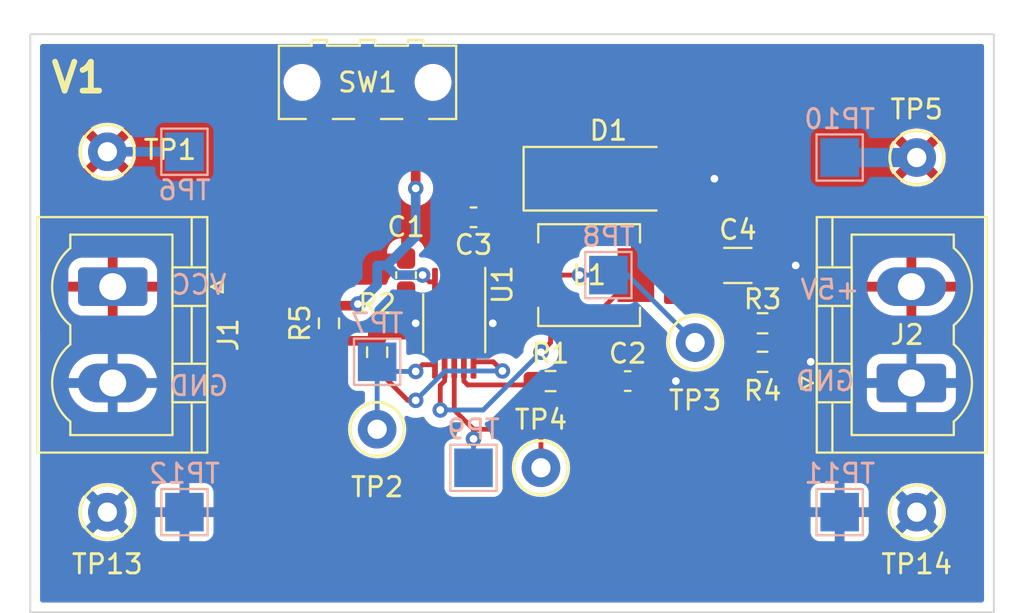
<source format=kicad_pcb>
(kicad_pcb (version 20211014) (generator pcbnew)
  (layers (0 "F.Cu" signal) (31 "B.Cu" signal) (34 "B.Paste" user) (35 "F.Paste" user) (36 "B.SilkS" user "B.Silkscreen") (37 "F.SilkS" user "F.Silkscreen") (38 "B.Mask" user) (39 "F.Mask" user) (44 "Edge.Cuts" user))
  (net 0 "")
  (net 1 "VCC")
  (net 2 "GND")
  (net 3 "Net-(C2-Pad1)")
  (net 4 "Net-(C3-Pad2)")
  (net 5 "Net-(C3-Pad1)")
  (net 6 "+5V")
  (net 7 "Net-(R1-Pad1)")
  (net 8 "Net-(R2-Pad1)")
  (net 9 "Net-(R3-Pad1)")
  (net 10 "Net-(R5-Pad1)")
  (net 11 "Net-(TP2-Pad1)")
  (footprint "Capacitor_SMD:C_0603_1608Metric_Pad1.08x0.95mm_HandSolder" (layer "F.Cu") (at 131 117)
    (fp_text reference "C2" (at 0 -1.43) (layer "F.SilkS"))
    (fp_text value "330pF")
    (fp_line (start -0.146267 0.51) (end 0.146267 0.51) (layer "F.SilkS") (width 0.12))
    (fp_line (start -0.146267 -0.51) (end 0.146267 -0.51) (layer "F.SilkS") (width 0.12))
    (pad "1" smd roundrect (at -0.8625 0) (size 1.075 0.95) (layers "F.Cu" "F.Paste" "F.Mask") (net 3 "Net-(C2-Pad1)"))
    (pad "2" smd roundrect (at 0.8625 0) (size 1.075 0.95) (layers "F.Cu" "F.Paste" "F.Mask") (net 2 "GND"))
  )
  (footprint "TestPoint:TestPoint_Keystone_5000-5004_Miniature" (layer "F.Cu") (at 104 123.8)
    (fp_text reference "TP13" (at 0 2.7) (layer "F.SilkS"))
    (fp_text value "TestPoint")
    (fp_circle (center 0 0) (end 1.4 0) (layer "F.SilkS") (width 0.15) (fill none))
    (pad "1" thru_hole circle (at 0 0) (size 2 2) (drill 1) (layers *.Cu *.Mask) (net 2 "GND"))
  )
  (footprint "TestPoint:TestPoint_Keystone_5000-5004_Miniature" (layer "F.Cu") (at 126.5 121.5)
    (fp_text reference "TP4" (at 0 -2.5) (layer "F.SilkS"))
    (fp_text value "TestPoint")
    (fp_circle (center 0 0) (end 1.4 0) (layer "F.SilkS") (width 0.15) (fill none))
    (pad "1" thru_hole circle (at 0 0) (size 2 2) (drill 1) (layers *.Cu *.Mask) (net 9 "Net-(R3-Pad1)"))
  )
  (footprint "TestPoint:TestPoint_Keystone_5000-5004_Miniature" (layer "F.Cu") (at 134.5 115)
    (fp_text reference "TP3" (at 0 3) (layer "F.SilkS"))
    (fp_text value "TestPoint")
    (fp_circle (center 0 0) (end 1.4 0) (layer "F.SilkS") (width 0.15) (fill none))
    (pad "1" thru_hole circle (at 0 0) (size 2 2) (drill 1) (layers *.Cu *.Mask) (net 4 "Net-(C3-Pad2)"))
  )
  (footprint "Resistor_SMD:R_0603_1608Metric_Pad0.98x0.95mm_HandSolder" (layer "F.Cu") (at 115.5 114 -90)
    (fp_text reference "R5" (at 0 1.5 90) (layer "F.SilkS"))
    (fp_text value "20k")
    (fp_line (start -0.254724 -0.5225) (end 0.254724 -0.5225) (layer "F.SilkS") (width 0.12))
    (fp_line (start -0.254724 0.5225) (end 0.254724 0.5225) (layer "F.SilkS") (width 0.12))
    (pad "1" smd roundrect (at -0.9125 0 270) (size 0.975 0.95) (layers "F.Cu" "F.Paste" "F.Mask") (net 10 "Net-(R5-Pad1)"))
    (pad "2" smd roundrect (at 0.9125 0 270) (size 0.975 0.95) (layers "F.Cu" "F.Paste" "F.Mask") (net 2 "GND"))
  )
  (footprint "TestPoint:TestPoint_Keystone_5000-5004_Miniature" (layer "F.Cu") (at 104 105.1 180)
    (fp_text reference "TP1" (at -3.25 0.1) (layer "F.SilkS"))
    (fp_text value "TestPoint")
    (fp_circle (center 0 0) (end 1.4 0) (layer "F.SilkS") (width 0.15) (fill none))
    (pad "1" thru_hole circle (at 0 0 180) (size 2 2) (drill 1) (layers *.Cu *.Mask) (net 1 "VCC"))
  )
  (footprint "Resistor_SMD:R_0603_1608Metric_Pad0.98x0.95mm_HandSolder" (layer "F.Cu") (at 127 117)
    (fp_text reference "R1" (at 0 -1.43) (layer "F.SilkS"))
    (fp_text value "20k")
    (fp_line (start -0.254724 -0.5225) (end 0.254724 -0.5225) (layer "F.SilkS") (width 0.12))
    (fp_line (start -0.254724 0.5225) (end 0.254724 0.5225) (layer "F.SilkS") (width 0.12))
    (pad "1" smd roundrect (at -0.9125 0) (size 0.975 0.95) (layers "F.Cu" "F.Paste" "F.Mask") (net 7 "Net-(R1-Pad1)"))
    (pad "2" smd roundrect (at 0.9125 0) (size 0.975 0.95) (layers "F.Cu" "F.Paste" "F.Mask") (net 3 "Net-(C2-Pad1)"))
  )
  (footprint "Resistor_SMD:R_0603_1608Metric_Pad0.98x0.95mm_HandSolder" (layer "F.Cu") (at 138 114)
    (fp_text reference "R3" (at 0 -1.25) (layer "F.SilkS"))
    (fp_text value "590k")
    (fp_line (start -0.254724 0.5225) (end 0.254724 0.5225) (layer "F.SilkS") (width 0.12))
    (fp_line (start -0.254724 -0.5225) (end 0.254724 -0.5225) (layer "F.SilkS") (width 0.12))
    (pad "1" smd roundrect (at -0.9125 0) (size 0.975 0.95) (layers "F.Cu" "F.Paste" "F.Mask") (net 9 "Net-(R3-Pad1)"))
    (pad "2" smd roundrect (at 0.9125 0) (size 0.975 0.95) (layers "F.Cu" "F.Paste" "F.Mask") (net 6 "+5V"))
  )
  (footprint "Resistor_SMD:R_0603_1608Metric_Pad0.98x0.95mm_HandSolder" (layer "F.Cu") (at 138 116)
    (fp_text reference "R4" (at 0 1.5) (layer "F.SilkS"))
    (fp_text value "200k")
    (fp_line (start -0.254724 0.5225) (end 0.254724 0.5225) (layer "F.SilkS") (width 0.12))
    (fp_line (start -0.254724 -0.5225) (end 0.254724 -0.5225) (layer "F.SilkS") (width 0.12))
    (pad "1" smd roundrect (at -0.9125 0) (size 0.975 0.95) (layers "F.Cu" "F.Paste" "F.Mask") (net 9 "Net-(R3-Pad1)"))
    (pad "2" smd roundrect (at 0.9125 0) (size 0.975 0.95) (layers "F.Cu" "F.Paste" "F.Mask") (net 2 "GND"))
  )
  (footprint "Diode_SMD:D_SMA_Handsoldering" (layer "F.Cu") (at 130 106.5)
    (fp_text reference "D1" (at 0 -2.5) (layer "F.SilkS"))
    (fp_text value "D_Schottky")
    (fp_line (start -4.4 -1.65) (end 2.5 -1.65) (layer "F.SilkS") (width 0.12))
    (fp_line (start -4.4 1.65) (end 2.5 1.65) (layer "F.SilkS") (width 0.12))
    (fp_line (start -4.4 -1.65) (end -4.4 1.65) (layer "F.SilkS") (width 0.12))
    (pad "1" smd rect (at -2.5 0) (size 3.5 1.8) (layers "F.Cu" "F.Paste" "F.Mask") (net 4 "Net-(C3-Pad2)"))
    (pad "2" smd rect (at 2.5 0) (size 3.5 1.8) (layers "F.Cu" "F.Paste" "F.Mask") (net 2 "GND"))
  )
  (footprint "TestPoint:TestPoint_Keystone_5000-5004_Miniature" (layer "F.Cu") (at 146 105.4)
    (fp_text reference "TP5" (at 0 -2.5) (layer "F.SilkS"))
    (fp_text value "TestPoint")
    (fp_circle (center 0 0) (end 1.4 0) (layer "F.SilkS") (width 0.15) (fill none))
    (pad "1" thru_hole circle (at 0 0) (size 2 2) (drill 1) (layers *.Cu *.Mask) (net 6 "+5V"))
  )
  (footprint "Capacitor_SMD:C_1206_3216Metric_Pad1.33x1.80mm_HandSolder" (layer "F.Cu") (at 136.71875 111)
    (fp_text reference "C4" (at 0 -1.85) (layer "F.SilkS"))
    (fp_text value "10uF")
    (fp_line (start -0.711252 0.91) (end 0.711252 0.91) (layer "F.SilkS") (width 0.12))
    (fp_line (start -0.711252 -0.91) (end 0.711252 -0.91) (layer "F.SilkS") (width 0.12))
    (pad "1" smd roundrect (at -1.5625 0) (size 1.325 1.8) (layers "F.Cu" "F.Paste" "F.Mask") (roundrect_rratio 0.188679) (net 6 "+5V"))
    (pad "2" smd roundrect (at 1.5625 0) (size 1.325 1.8) (layers "F.Cu" "F.Paste" "F.Mask") (roundrect_rratio 0.188679) (net 2 "GND"))
  )
  (footprint "Capacitor_SMD:C_0603_1608Metric_Pad1.08x0.95mm_HandSolder" (layer "F.Cu") (at 119.5 111.5 -90)
    (fp_text reference "C1" (at -2.5 0 180) (layer "F.SilkS"))
    (fp_text value "2.2uF")
    (fp_line (start -0.146267 -0.51) (end 0.146267 -0.51) (layer "F.SilkS") (width 0.12))
    (fp_line (start -0.146267 0.51) (end 0.146267 0.51) (layer "F.SilkS") (width 0.12))
    (pad "1" smd roundrect (at -0.8625 0 270) (size 1.075 0.95) (layers "F.Cu" "F.Paste" "F.Mask") (net 1 "VCC"))
    (pad "2" smd roundrect (at 0.8625 0 270) (size 1.075 0.95) (layers "F.Cu" "F.Paste" "F.Mask") (net 2 "GND"))
  )
  (footprint "TestPoint:TestPoint_Keystone_5000-5004_Miniature" (layer "F.Cu") (at 146 123.8)
    (fp_text reference "TP14" (at 0 2.7) (layer "F.SilkS"))
    (fp_text value "TestPoint")
    (fp_circle (center 0 0) (end 1.4 0) (layer "F.SilkS") (width 0.15) (fill none))
    (pad "1" thru_hole circle (at 0 0) (size 2 2) (drill 1) (layers *.Cu *.Mask) (net 2 "GND"))
  )
  (footprint "Connector_Phoenix_MSTB:PhoenixContact_MSTBVA_2,5_2-G_1x02_P5.00mm_Vertical" (layer "F.Cu") (at 145.7225 117.1 90)
    (fp_text reference "J2" (at 2.5 -0.2225 180) (layer "F.SilkS"))
    (fp_text value "Conn_01x02")
    (fp_line (start 4 -4.91) (end 6 -4.91) (layer "F.SilkS") (width 0.12))
    (fp_line (start 8.61 3.91) (end 8.61 -4.91) (layer "F.SilkS") (width 0.12))
    (fp_line (start 1 -4.1) (end 4 -4.1) (layer "F.SilkS") (width 0.12))
    (fp_line (start -2 2.2) (end -2.7 2.2) (layer "F.SilkS") (width 0.12))
    (fp_line (start 8.61 -4.1) (end 6.11 -4.1) (layer "F.SilkS") (width 0.12))
    (fp_line (start 1 -4.91) (end 1 -3.1) (layer "F.SilkS") (width 0.12))
    (fp_line (start 6 -4.91) (end 6 -3.1) (layer "F.SilkS") (width 0.12))
    (fp_line (start 7.7 2.2) (end 7 2.2) (layer "F.SilkS") (width 0.12))
    (fp_line (start 8.61 -4.91) (end -3.61 -4.91) (layer "F.SilkS") (width 0.12))
    (fp_line (start -0.3 -5.71) (end 0.3 -5.71) (layer "F.SilkS") (width 0.12))
    (fp_line (start 4 -3.1) (end 4 -4.91) (layer "F.SilkS") (width 0.12))
    (fp_line (start 0.3 -5.71) (end 0 -5.11) (layer "F.SilkS") (width 0.12))
    (fp_line (start 2 2.2) (end 3 2.2) (layer "F.SilkS") (width 0.12))
    (fp_line (start -2.7 -3.1) (end 7.7 -3.1) (layer "F.SilkS") (width 0.12))
    (fp_line (start -1 -4.91) (end 1 -4.91) (layer "F.SilkS") (width 0.12))
    (fp_line (start -2.7 2.2) (end -2.7 -3.1) (layer "F.SilkS") (width 0.12))
    (fp_line (start 6 -3.1) (end 4 -3.1) (layer "F.SilkS") (width 0.12))
    (fp_line (start 1 -3.1) (end -1 -3.1) (layer "F.SilkS") (width 0.12))
    (fp_line (start -3.61 -4.1) (end -1.11 -4.1) (layer "F.SilkS") (width 0.12))
    (fp_line (start -1 -3.1) (end -1 -4.91) (layer "F.SilkS") (width 0.12))
    (fp_line (start -3.61 3.91) (end 8.61 3.91) (layer "F.SilkS") (width 0.12))
    (fp_line (start 0 -5.11) (end -0.3 -5.71) (layer "F.SilkS") (width 0.12))
    (fp_line (start 7.7 -3.1) (end 7.7 2.2) (layer "F.SilkS") (width 0.12))
    (fp_line (start -3.61 -4.91) (end -3.61 3.91) (layer "F.SilkS") (width 0.12))
    (fp_arc (start 6.986842 2.215821) (mid 4.989711 3.142758) (end 3 2.2) (layer "F.SilkS") (width 0.12))
    (fp_arc (start 1.986842 2.215821) (mid -0.010289 3.142758) (end -2 2.2) (layer "F.SilkS") (width 0.12))
    (pad "1" thru_hole roundrect (at 0 0 90) (size 2 3.6) (drill 1.4) (layers *.Cu *.Mask) (roundrect_rratio 0.125) (net 2 "GND"))
    (pad "2" thru_hole oval (at 5 0 90) (size 2 3.6) (drill 1.4) (layers *.Cu *.Mask) (net 6 "+5V"))
  )
  (footprint "Connector_Phoenix_MSTB:PhoenixContact_MSTBVA_2,5_2-G_1x02_P5.00mm_Vertical" (layer "F.Cu") (at 104.2775 112.1 -90)
    (fp_text reference "J1" (at 2.5 -6 90) (layer "F.SilkS"))
    (fp_text value "Conn_01x02")
    (fp_line (start 4 -3.1) (end 4 -4.91) (layer "F.SilkS") (width 0.12))
    (fp_line (start 0.3 -5.71) (end 0 -5.11) (layer "F.SilkS") (width 0.12))
    (fp_line (start 1 -4.1) (end 4 -4.1) (layer "F.SilkS") (width 0.12))
    (fp_line (start -1 -3.1) (end -1 -4.91) (layer "F.SilkS") (width 0.12))
    (fp_line (start -1 -4.91) (end 1 -4.91) (layer "F.SilkS") (width 0.12))
    (fp_line (start 8.61 3.91) (end 8.61 -4.91) (layer "F.SilkS") (width 0.12))
    (fp_line (start 7.7 -3.1) (end 7.7 2.2) (layer "F.SilkS") (width 0.12))
    (fp_line (start -3.61 3.91) (end 8.61 3.91) (layer "F.SilkS") (width 0.12))
    (fp_line (start 4 -4.91) (end 6 -4.91) (layer "F.SilkS") (width 0.12))
    (fp_line (start 0 -5.11) (end -0.3 -5.71) (layer "F.SilkS") (width 0.12))
    (fp_line (start -3.61 -4.91) (end -3.61 3.91) (layer "F.SilkS") (width 0.12))
    (fp_line (start 1 -4.91) (end 1 -3.1) (layer "F.SilkS") (width 0.12))
    (fp_line (start 6 -3.1) (end 4 -3.1) (layer "F.SilkS") (width 0.12))
    (fp_line (start 8.61 -4.1) (end 6.11 -4.1) (layer "F.SilkS") (width 0.12))
    (fp_line (start 8.61 -4.91) (end -3.61 -4.91) (layer "F.SilkS") (width 0.12))
    (fp_line (start -3.61 -4.1) (end -1.11 -4.1) (layer "F.SilkS") (width 0.12))
    (fp_line (start -2.7 -3.1) (end 7.7 -3.1) (layer "F.SilkS") (width 0.12))
    (fp_line (start -2.7 2.2) (end -2.7 -3.1) (layer "F.SilkS") (width 0.12))
    (fp_line (start 6 -4.91) (end 6 -3.1) (layer "F.SilkS") (width 0.12))
    (fp_line (start -2 2.2) (end -2.7 2.2) (layer "F.SilkS") (width 0.12))
    (fp_line (start 2 2.2) (end 3 2.2) (layer "F.SilkS") (width 0.12))
    (fp_line (start 1 -3.1) (end -1 -3.1) (layer "F.SilkS") (width 0.12))
    (fp_line (start -0.3 -5.71) (end 0.3 -5.71) (layer "F.SilkS") (width 0.12))
    (fp_line (start 7.7 2.2) (end 7 2.2) (layer "F.SilkS") (width 0.12))
    (fp_arc (start 6.986842 2.215821) (mid 4.989711 3.142758) (end 3 2.2) (layer "F.SilkS") (width 0.12))
    (fp_arc (start 1.986842 2.215821) (mid -0.010289 3.142758) (end -2 2.2) (layer "F.SilkS") (width 0.12))
    (pad "1" thru_hole roundrect (at 0 0 270) (size 2 3.6) (drill 1.4) (layers *.Cu *.Mask) (roundrect_rratio 0.125) (net 1 "VCC"))
    (pad "2" thru_hole oval (at 5 0 270) (size 2 3.6) (drill 1.4) (layers *.Cu *.Mask) (net 2 "GND"))
  )
  (footprint "Inductor_SMD:L_Vishay_IHLP-2020" (layer "F.Cu") (at 129 111.5)
    (fp_text reference "L1" (at 0 0) (layer "F.SilkS"))
    (fp_text value "2.2uH")
    (fp_line (start 2.64 -2.64) (end 2.64 -1.695) (layer "F.SilkS") (width 0.12))
    (fp_line (start -2.64 2.64) (end 2.64 2.64) (layer "F.SilkS") (width 0.12))
    (fp_line (start -2.64 1.695) (end -2.64 2.64) (layer "F.SilkS") (width 0.12))
    (fp_line (start -2.64 -2.64) (end 2.64 -2.64) (layer "F.SilkS") (width 0.12))
    (fp_line (start 2.64 2.64) (end 2.64 1.695) (layer "F.SilkS") (width 0.12))
    (fp_line (start -2.64 -1.695) (end -2.64 -2.64) (layer "F.SilkS") (width 0.12))
    (pad "1" smd rect (at -2.4265 0) (size 1.903 2.79) (layers "F.Cu" "F.Paste" "F.Mask") (net 4 "Net-(C3-Pad2)"))
    (pad "2" smd rect (at 2.4265 0) (size 1.903 2.79) (layers "F.Cu" "F.Paste" "F.Mask") (net 6 "+5V"))
  )
  (footprint "Resistor_SMD:R_0603_1608Metric_Pad0.98x0.95mm_HandSolder" (layer "F.Cu") (at 118 115.5 90)
    (fp_text reference "R2" (at 2.5 0 180) (layer "F.SilkS"))
    (fp_text value "16.9k")
    (fp_line (start -0.254724 0.5225) (end 0.254724 0.5225) (layer "F.SilkS") (width 0.12))
    (fp_line (start -0.254724 -0.5225) (end 0.254724 -0.5225) (layer "F.SilkS") (width 0.12))
    (pad "1" smd roundrect (at -0.9125 0 90) (size 0.975 0.95) (layers "F.Cu" "F.Paste" "F.Mask") (net 8 "Net-(R2-Pad1)"))
    (pad "2" smd roundrect (at 0.9125 0 90) (size 0.975 0.95) (layers "F.Cu" "F.Paste" "F.Mask") (net 2 "GND"))
  )
  (footprint "Capacitor_SMD:C_0603_1608Metric_Pad1.08x0.95mm_HandSolder" (layer "F.Cu") (at 123 108.5 180)
    (fp_text reference "C3" (at 0 -1.43) (layer "F.SilkS"))
    (fp_text value "0.47uF")
    (fp_line (start -0.146267 0.51) (end 0.146267 0.51) (layer "F.SilkS") (width 0.12))
    (fp_line (start -0.146267 -0.51) (end 0.146267 -0.51) (layer "F.SilkS") (width 0.12))
    (pad "1" smd roundrect (at -0.8625 0 180) (size 1.075 0.95) (layers "F.Cu" "F.Paste" "F.Mask") (net 5 "Net-(C3-Pad1)"))
    (pad "2" smd roundrect (at 0.8625 0 180) (size 1.075 0.95) (layers "F.Cu" "F.Paste" "F.Mask") (net 4 "Net-(C3-Pad2)"))
  )
  (footprint "Package_SO:MSOP-10-1EP_3x3mm_P0.5mm_EP1.68x1.88mm" (layer "F.Cu") (at 122 114 -90)
    (fp_text reference "U1" (at -2 -2.5 90) (layer "F.SilkS"))
    (fp_text value "LT3684xMSE")
    (fp_line (start 0 -1.61) (end -2.875 -1.61) (layer "F.SilkS") (width 0.12))
    (fp_line (start 0 1.61) (end 1.5 1.61) (layer "F.SilkS") (width 0.12))
    (fp_line (start 0 -1.61) (end 1.5 -1.61) (layer "F.SilkS") (width 0.12))
    (fp_line (start 0 1.61) (end -1.5 1.61) (layer "F.SilkS") (width 0.12))
    (pad "1" smd roundrect (at -2.15 -1 270) (size 1.45 0.3) (layers "F.Cu" "F.Paste" "F.Mask") (net 6 "+5V"))
    (pad "2" smd roundrect (at -2.15 -0.5 270) (size 1.45 0.3) (layers "F.Cu" "F.Paste" "F.Mask") (net 5 "Net-(C3-Pad1)"))
    (pad "3" smd roundrect (at -2.15 0 270) (size 1.45 0.3) (layers "F.Cu" "F.Paste" "F.Mask") (net 4 "Net-(C3-Pad2)"))
    (pad "4" smd roundrect (at -2.15 0.5 270) (size 1.45 0.3) (layers "F.Cu" "F.Paste" "F.Mask") (net 1 "VCC"))
    (pad "5" smd roundrect (at -2.15 1 270) (size 1.45 0.3) (layers "F.Cu" "F.Paste" "F.Mask") (net 10 "Net-(R5-Pad1)"))
    (pad "6" smd roundrect (at 2.15 1 270) (size 1.45 0.3) (layers "F.Cu" "F.Paste" "F.Mask") (net 11 "Net-(TP2-Pad1)"))
    (pad "7" smd roundrect (at 2.15 0.5 270) (size 1.45 0.3) (layers "F.Cu" "F.Paste" "F.Mask") (net 6 "+5V"))
    (pad "8" smd roundrect (at 2.15 0 270) (size 1.45 0.3) (layers "F.Cu" "F.Paste" "F.Mask") (net 9 "Net-(R3-Pad1)"))
    (pad "9" smd roundrect (at 2.15 -0.5 270) (size 1.45 0.3) (layers "F.Cu" "F.Paste" "F.Mask") (net 7 "Net-(R1-Pad1)"))
    (pad "10" smd roundrect (at 2.15 -1 270) (size 1.45 0.3) (layers "F.Cu" "F.Paste" "F.Mask") (net 8 "Net-(R2-Pad1)"))
    (pad "11" smd rect (at 0 0 270) (size 1.68 1.88) (layers "F.Cu" "F.Mask") (net 2 "GND"))
  )
  (footprint "TestPoint:TestPoint_Keystone_5000-5004_Miniature" (layer "F.Cu") (at 118 119.5)
    (fp_text reference "TP2" (at 0 3) (layer "F.SilkS"))
    (fp_text value "TestPoint")
    (fp_circle (center 0 0) (end 1.4 0) (layer "F.SilkS") (width 0.15) (fill none))
    (pad "1" thru_hole circle (at 0 0) (size 2 2) (drill 1) (layers *.Cu *.Mask) (net 11 "Net-(TP2-Pad1)"))
  )
  (footprint "Button_Switch_SMD:SW_SPDT_CK-JS102011SAQN" (layer "F.Cu") (at 117.5 101.5 180)
    (fp_text reference "SW1" (at 0 0) (layer "F.SilkS"))
    (fp_text value "SW_SPST")
    (fp_line (start -0.4 1.9) (end -2.1 1.9) (layer "F.SilkS") (width 0.12))
    (fp_line (start 4.6 -1.9) (end 4.6 1.9) (layer "F.SilkS") (width 0.12))
    (fp_line (start 0.4 2.2) (end -0.4 2.2) (layer "F.SilkS") (width 0.12))
    (fp_line (start -1.8 -1.9) (end -1.8 -1.9) (layer "F.SilkS") (width 0.12))
    (fp_line (start -2.9 2.2) (end -2.9 1.9) (layer "F.SilkS") (width 0.12))
    (fp_line (start -4.6 1.9) (end -4.6 1.9) (layer "F.SilkS") (width 0.12))
    (fp_line (start 2.1 2.2) (end 2.1 1.9) (layer "F.SilkS") (width 0.12))
    (fp_line (start 2.1 1.9) (end 0.4 1.9) (layer "F.SilkS") (width 0.12))
    (fp_line (start -0.4 2.2) (end -0.4 1.9) (layer "F.SilkS") (width 0.12))
    (fp_line (start 4.6 1.9) (end 2.9 1.9) (layer "F.SilkS") (width 0.12))
    (fp_line (start -2.1 2.2) (end -2.9 2.2) (layer "F.SilkS") (width 0.12))
    (fp_line (start 2.9 2.2) (end 2.1 2.2) (layer "F.SilkS") (width 0.12))
    (fp_line (start -0.7 -1.9) (end -1.8 -1.9) (layer "F.SilkS") (width 0.12))
    (fp_line (start -4.6 -1.9) (end -3.2 -1.9) (layer "F.SilkS") (width 0.12))
    (fp_line (start 3.2 -1.9) (end 4.6 -1.9) (layer "F.SilkS") (width 0.12))
    (fp_line (start -2.9 1.9) (end -4.6 1.9) (layer "F.SilkS") (width 0.12))
    (fp_line (start -2.1 1.9) (end -2.1 2.2) (layer "F.SilkS") (width 0.12))
    (fp_line (start 0.7 -1.9) (end 0.7 -1.9) (layer "F.SilkS") (width 0.12))
    (fp_line (start -4.6 1.9) (end -4.6 -1.9) (layer "F.SilkS") (width 0.12))
    (fp_line (start 1.8 -1.9) (end 0.7 -1.9) (layer "F.SilkS") (width 0.12))
    (fp_line (start 0.4 1.9) (end 0.4 2.2) (layer "F.SilkS") (width 0.12))
    (fp_line (start 2.9 1.9) (end 2.9 2.2) (layer "F.SilkS") (width 0.12))
    (pad "" np_thru_hole circle (at -3.4 0 180) (size 0.9 0.9) (drill 0.9) (layers *.Cu *.Mask))
    (pad "" np_thru_hole circle (at 3.4 0 180) (size 0.9 0.9) (drill 0.9) (layers *.Cu *.Mask))
    (pad "1" smd rect (at -2.5 -2.75 180) (size 1.25 2.5) (layers "F.Cu" "F.Paste" "F.Mask") (net 10 "Net-(R5-Pad1)"))
    (pad "2" smd rect (at 0 -2.75 180) (size 1.25 2.5) (layers "F.Cu" "F.Paste" "F.Mask") (net 1 "VCC"))
    (pad "3" smd rect (at 2.5 -2.75 180) (size 1.25 2.5) (layers "F.Cu" "F.Paste" "F.Mask"))
  )
  (footprint "TestPoint:TestPoint_Pad_2.0x2.0mm" (layer "B.Cu") (at 123 121.5 180)
    (fp_text reference "TP9" (at 0 1.998) (layer "B.SilkS") (effects (justify mirror)))
    (fp_text value "TestPoint")
    (fp_line (start 1.2 1.2) (end 1.2 -1.2) (layer "B.SilkS") (width 0.12))
    (fp_line (start 1.2 -1.2) (end -1.2 -1.2) (layer "B.SilkS") (width 0.12))
    (fp_line (start -1.2 -1.2) (end -1.2 1.2) (layer "B.SilkS") (width 0.12))
    (fp_line (start -1.2 1.2) (end 1.2 1.2) (layer "B.SilkS") (width 0.12))
    (pad "1" smd rect (at 0 0 180) (size 2 2) (layers "B.Cu" "B.Mask") (net 9 "Net-(R3-Pad1)"))
  )
  (footprint "TestPoint:TestPoint_Pad_2.0x2.0mm" (layer "B.Cu") (at 118 116 180)
    (fp_text reference "TP7" (at 0 1.998) (layer "B.SilkS") (effects (justify mirror)))
    (fp_text value "TestPoint")
    (fp_line (start -1.2 1.2) (end 1.2 1.2) (layer "B.SilkS") (width 0.12))
    (fp_line (start -1.2 -1.2) (end -1.2 1.2) (layer "B.SilkS") (width 0.12))
    (fp_line (start 1.2 1.2) (end 1.2 -1.2) (layer "B.SilkS") (width 0.12))
    (fp_line (start 1.2 -1.2) (end -1.2 -1.2) (layer "B.SilkS") (width 0.12))
    (pad "1" smd rect (at 0 0 180) (size 2 2) (layers "B.Cu" "B.Mask") (net 11 "Net-(TP2-Pad1)"))
  )
  (footprint "TestPoint:TestPoint_Pad_2.0x2.0mm" (layer "B.Cu") (at 108 105.1)
    (fp_text reference "TP6" (at 0 1.998) (layer "B.SilkS") (effects (justify mirror)))
    (fp_text value "TestPoint")
    (fp_line (start -1.2 -1.2) (end -1.2 1.2) (layer "B.SilkS") (width 0.12))
    (fp_line (start 1.2 -1.2) (end -1.2 -1.2) (layer "B.SilkS") (width 0.12))
    (fp_line (start 1.2 1.2) (end 1.2 -1.2) (layer "B.SilkS") (width 0.12))
    (fp_line (start -1.2 1.2) (end 1.2 1.2) (layer "B.SilkS") (width 0.12))
    (pad "1" smd rect (at 0 0) (size 2 2) (layers "B.Cu" "B.Mask") (net 1 "VCC"))
  )
  (footprint "TestPoint:TestPoint_Pad_2.0x2.0mm" (layer "B.Cu") (at 130 111.5 180)
    (fp_text reference "TP8" (at 0 1.998) (layer "B.SilkS") (effects (justify mirror)))
    (fp_text value "TestPoint")
    (fp_line (start 1.2 1.2) (end 1.2 -1.2) (layer "B.SilkS") (width 0.12))
    (fp_line (start -1.2 -1.2) (end -1.2 1.2) (layer "B.SilkS") (width 0.12))
    (fp_line (start -1.2 1.2) (end 1.2 1.2) (layer "B.SilkS") (width 0.12))
    (fp_line (start 1.2 -1.2) (end -1.2 -1.2) (layer "B.SilkS") (width 0.12))
    (pad "1" smd rect (at 0 0 180) (size 2 2) (layers "B.Cu" "B.Mask") (net 4 "Net-(C3-Pad2)"))
  )
  (footprint "TestPoint:TestPoint_Pad_2.0x2.0mm" (layer "B.Cu") (at 108 123.8 180)
    (fp_text reference "TP12" (at 0 1.998) (layer "B.SilkS") (effects (justify mirror)))
    (fp_text value "TestPoint")
    (fp_line (start 1.2 -1.2) (end -1.2 -1.2) (layer "B.SilkS") (width 0.12))
    (fp_line (start -1.2 -1.2) (end -1.2 1.2) (layer "B.SilkS") (width 0.12))
    (fp_line (start 1.2 1.2) (end 1.2 -1.2) (layer "B.SilkS") (width 0.12))
    (fp_line (start -1.2 1.2) (end 1.2 1.2) (layer "B.SilkS") (width 0.12))
    (pad "1" smd rect (at 0 0 180) (size 2 2) (layers "B.Cu" "B.Mask") (net 2 "GND"))
  )
  (footprint "TestPoint:TestPoint_Pad_2.0x2.0mm" (layer "B.Cu") (at 142 123.8 180)
    (fp_text reference "TP11" (at 0 1.998) (layer "B.SilkS") (effects (justify mirror)))
    (fp_text value "TestPoint")
    (fp_line (start -1.2 -1.2) (end -1.2 1.2) (layer "B.SilkS") (width 0.12))
    (fp_line (start -1.2 1.2) (end 1.2 1.2) (layer "B.SilkS") (width 0.12))
    (fp_line (start 1.2 1.2) (end 1.2 -1.2) (layer "B.SilkS") (width 0.12))
    (fp_line (start 1.2 -1.2) (end -1.2 -1.2) (layer "B.SilkS") (width 0.12))
    (pad "1" smd rect (at 0 0 180) (size 2 2) (layers "B.Cu" "B.Mask") (net 2 "GND"))
  )
  (footprint "TestPoint:TestPoint_Pad_2.0x2.0mm" (layer "B.Cu") (at 142 105.4 180)
    (fp_text reference "TP10" (at 0 1.998) (layer "B.SilkS") (effects (justify mirror)))
    (fp_text value "TestPoint")
    (fp_line (start 1.2 1.2) (end 1.2 -1.2) (layer "B.SilkS") (width 0.12))
    (fp_line (start -1.2 1.2) (end 1.2 1.2) (layer "B.SilkS") (width 0.12))
    (fp_line (start -1.2 -1.2) (end -1.2 1.2) (layer "B.SilkS") (width 0.12))
    (fp_line (start 1.2 -1.2) (end -1.2 -1.2) (layer "B.SilkS") (width 0.12))
    (pad "1" smd rect (at 0 0 180) (size 2 2) (layers "B.Cu" "B.Mask") (net 6 "+5V"))
  )
  (gr_rect (start 100 99) (end 150 129) (layer "Edge.Cuts") (width 0.1) (fill none))
  (gr_text "GND\n" (at 141.25 117) (layer "B.SilkS") (effects (font (size 1 1)) (justify mirror)))
  (gr_text "VCC" (at 108.75 112) (layer "B.SilkS") (effects (font (size 1 1)) (justify mirror)))
  (gr_text "+5V" (at 141.5 112.25) (layer "B.SilkS") (effects (font (size 1 1)) (justify mirror)))
  (gr_text "GND\n" (at 108.75 117.25) (layer "B.SilkS") (effects (font (size 1 1)) (justify mirror)))
  (gr_text "V1\n" (at 102.5 101.25) (layer "F.SilkS") (effects (font (size 1.5 1.5) (thickness 0.3))))
  (segment (start 121.5 111.85) (end 121.5 110.5) (width 0.25) (layer "F.Cu") (net 1))
  (segment (start 121.5 110.5) (end 121 110) (width 0.25) (layer "F.Cu") (net 1))
  (segment (start 104 105.1) (end 108 105.1) (width 0.5) (layer "B.Cu") (net 1))
  (segment (start 119.5 113.5) (end 120 114) (width 0.5) (layer "F.Cu") (net 2))
  (segment (start 117.675 114.9125) (end 118 114.5875) (width 0.5) (layer "F.Cu") (net 2))
  (segment (start 115.5 114.9125) (end 117.675 114.9125) (width 0.5) (layer "F.Cu") (net 2))
  (segment (start 119.5 112.3625) (end 119.5 113.5) (width 0.5) (layer "F.Cu") (net 2))
  (segment (start 138.28125 111) (end 139.71875 111) (width 1) (layer "F.Cu") (net 2))
  (segment (start 118 114.5875) (end 119.4125 114.5875) (width 0.5) (layer "F.Cu") (net 2))
  (segment (start 122 114) (end 120 114) (width 1) (layer "F.Cu") (net 2))
  (segment (start 119.4125 114.5875) (end 120 114) (width 0.5) (layer "F.Cu") (net 2))
  (segment (start 131.8625 117) (end 133.5 117) (width 0.25) (layer "F.Cu") (net 2))
  (segment (start 138.9125 116) (end 140.5 116) (width 0.25) (layer "F.Cu") (net 2))
  (segment (start 122 114) (end 124 114) (width 1) (layer "F.Cu") (net 2))
  (segment (start 132.5 106.5) (end 135.5 106.5) (width 1) (layer "F.Cu") (net 2))
  (via (at 140.5 116) (size 0.8) (drill 0.4) (layers "F.Cu" "B.Cu") (net 2))
  (via (at 135.5 106.5) (size 0.8) (drill 0.4) (layers "F.Cu" "B.Cu") (net 2))
  (via (at 120 114) (size 0.8) (drill 0.4) (layers "F.Cu" "B.Cu") (net 2))
  (via (at 133.5 117) (size 0.8) (drill 0.4) (layers "F.Cu" "B.Cu") (net 2))
  (via (at 139.71875 111) (size 0.8) (drill 0.4) (layers "F.Cu" "B.Cu") (net 2))
  (via (at 124 114) (size 0.8) (drill 0.4) (layers "F.Cu" "B.Cu") (net 2))
  (segment (start 130.1375 117) (end 127.9125 117) (width 0.25) (layer "F.Cu") (net 3))
  (segment (start 126.5735 107.4265) (end 127.5 106.5) (width 1) (layer "F.Cu") (net 4))
  (segment (start 127.5 106.5) (end 123.5 106.5) (width 1) (layer "F.Cu") (net 4))
  (segment (start 128.5 111.5) (end 126.5735 111.5) (width 0.25) (layer "F.Cu") (net 4))
  (segment (start 123.5 106.5) (end 122.1375 107.8625) (width 1) (layer "F.Cu") (net 4))
  (segment (start 122 111.85) (end 122 110.57452) (width 0.25) (layer "F.Cu") (net 4))
  (segment (start 122.1375 107.8625) (end 122.1375 108.5) (width 1) (layer "F.Cu") (net 4))
  (segment (start 122.07452 108.56298) (end 122.07452 110.5) (width 0.5) (layer "F.Cu") (net 4))
  (segment (start 126.5735 111.5) (end 126.5735 107.4265) (width 1) (layer "F.Cu") (net 4))
  (segment (start 122.1375 108.5) (end 122.07452 108.56298) (width 0.5) (layer "F.Cu") (net 4))
  (segment (start 122 110.57452) (end 122.07452 110.5) (width 0.25) (layer "F.Cu") (net 4))
  (via (at 128.5 111.5) (size 0.8) (drill 0.4) (layers "F.Cu" "B.Cu") (net 4))
  (segment (start 130 111.5) (end 128.5 111.5) (width 0.25) (layer "B.Cu") (net 4))
  (segment (start 130 111.5) (end 131 111.5) (width 0.25) (layer "B.Cu") (net 4))
  (segment (start 131 111.5) (end 134.5 115) (width 0.25) (layer "B.Cu") (net 4))
  (segment (start 123.8625 109.6375) (end 122.5 111) (width 0.25) (layer "F.Cu") (net 5))
  (segment (start 122.5 111) (end 122.5 111.85) (width 0.25) (layer "F.Cu") (net 5))
  (segment (start 123.8625 108.5) (end 123.8625 109.6375) (width 0.25) (layer "F.Cu") (net 5))
  (segment (start 121.2755 118.5) (end 121.2755 117.2245) (width 0.25) (layer "F.Cu") (net 6))
  (segment (start 121.5 117) (end 121.5 116.15) (width 0.25) (layer "F.Cu") (net 6))
  (segment (start 129.4265 113.5) (end 131.4265 111.5) (width 0.25) (layer "F.Cu") (net 6))
  (segment (start 124.666047 113.5) (end 127 113.5) (width 0.25) (layer "F.Cu") (net 6))
  (segment (start 127 115) (end 126.5 115.5) (width 0.25) (layer "F.Cu") (net 6))
  (segment (start 127 113.5) (end 129.4265 113.5) (width 0.25) (layer "F.Cu") (net 6))
  (segment (start 127 113.5) (end 127 115) (width 0.25) (layer "F.Cu") (net 6))
  (segment (start 123.016047 111.85) (end 124.666047 113.5) (width 0.25) (layer "F.Cu") (net 6))
  (segment (start 121.2755 117.2245) (end 121.5 117) (width 0.25) (layer "F.Cu") (net 6))
  (segment (start 123 111.85) (end 123.016047 111.85) (width 0.25) (layer "F.Cu") (net 6))
  (via (at 126.5 115.5) (size 0.8) (drill 0.4) (layers "F.Cu" "B.Cu") (net 6))
  (via (at 121.2755 118.5) (size 0.8) (drill 0.4) (layers "F.Cu" "B.Cu") (net 6))
  (segment (start 146 105.4) (end 142 105.4) (width 1) (layer "B.Cu") (net 6))
  (segment (start 123.5 118.5) (end 121.2755 118.5) (width 0.25) (layer "B.Cu") (net 6))
  (segment (start 126.5 115.5) (end 123.5 118.5) (width 0.25) (layer "B.Cu") (net 6))
  (segment (start 125.88798 117.19952) (end 122.69952 117.19952) (width 0.25) (layer "F.Cu") (net 7))
  (segment (start 122.5 117) (end 122.5 116.15) (width 0.25) (layer "F.Cu") (net 7))
  (segment (start 122.69952 117.19952) (end 122.5 117) (width 0.25) (layer "F.Cu") (net 7))
  (segment (start 126.0875 117) (end 125.88798 117.19952) (width 0.25) (layer "F.Cu") (net 7))
  (segment (start 124.02498 116) (end 123 116) (width 0.25) (layer "F.Cu") (net 8))
  (segment (start 123 116) (end 123 116.15) (width 0.25) (layer "F.Cu") (net 8))
  (segment (start 124.5 116.47502) (end 124.02498 116) (width 0.25) (layer "F.Cu") (net 8))
  (segment (start 119.5875 118) (end 120 118) (width 0.25) (layer "F.Cu") (net 8))
  (segment (start 118 116.4125) (end 119.5875 118) (width 0.25) (layer "F.Cu") (net 8))
  (via (at 120 118) (size 0.8) (drill 0.4) (layers "F.Cu" "B.Cu") (net 8))
  (via (at 124.5 116.47502) (size 0.8) (drill 0.4) (layers "F.Cu" "B.Cu") (net 8))
  (segment (start 120 118) (end 121.52498 116.47502) (width 0.25) (layer "B.Cu") (net 8))
  (segment (start 121.52498 116.47502) (end 124.5 116.47502) (width 0.25) (layer "B.Cu") (net 8))
  (segment (start 126.5 119.5) (end 123 119.5) (width 0.25) (layer "F.Cu") (net 9))
  (segment (start 137.0875 118.9125) (end 136.5 119.5) (width 0.25) (layer "F.Cu") (net 9))
  (segment (start 137.0875 116) (end 137.0875 118.9125) (width 0.25) (layer "F.Cu") (net 9))
  (segment (start 123 119.5) (end 122 118.5) (width 0.25) (layer "F.Cu") (net 9))
  (segment (start 126.5 121.5) (end 126.5 119.5) (width 0.25) (layer "F.Cu") (net 9))
  (segment (start 123 119.5) (end 123 120) (width 0.25) (layer "F.Cu") (net 9))
  (segment (start 136.5 119.5) (end 126.5 119.5) (width 0.25) (layer "F.Cu") (net 9))
  (segment (start 137.0875 114) (end 137.0875 116) (width 0.25) (layer "F.Cu") (net 9))
  (segment (start 122 118.5) (end 122 116.15) (width 0.25) (layer "F.Cu") (net 9))
  (via (at 123 120) (size 0.8) (drill 0.4) (layers "F.Cu" "B.Cu") (net 9))
  (segment (start 123 120) (end 123 121.5) (width 0.25) (layer "B.Cu") (net 9))
  (segment (start 120.712634 111.85) (end 120.359837 111.497203) (width 0.25) (layer "F.Cu") (net 10))
  (segment (start 121 111.85) (end 120.712634 111.85) (width 0.25) (layer "F.Cu") (net 10))
  (segment (start 115.5 113.0875) (end 116.9125 113.0875) (width 0.5) (layer "F.Cu") (net 10))
  (segment (start 120 107) (end 120 103.75) (width 0.5) (layer "F.Cu") (net 10))
  (segment (start 116.9125 113.0875) (end 117 113) (width 0.5) (layer "F.Cu") (net 10))
  (via (at 120 107) (size 0.8) (drill 0.4) (layers "F.Cu" "B.Cu") (net 10))
  (via (at 120.359837 111.497203) (size 0.8) (drill 0.4) (layers "F.Cu" "B.Cu") (net 10))
  (via (at 117 113) (size 0.8) (drill 0.4) (layers "F.Cu" "B.Cu") (net 10))
  (segment (start 118 112) (end 118 111) (width 0.5) (layer "B.Cu") (net 10))
  (segment (start 118.997203 111.497203) (end 120.359837 111.497203) (width 0.5) (layer "B.Cu") (net 10))
  (segment (start 118.5 111) (end 118.997203 111.497203) (width 0.5) (layer "B.Cu") (net 10))
  (segment (start 117 113) (end 118 112) (width 0.5) (layer "B.Cu") (net 10))
  (segment (start 118 111) (end 118.5 111) (width 0.5) (layer "B.Cu") (net 10))
  (segment (start 118.5 111) (end 120 109.5) (width 0.5) (layer "B.Cu") (net 10))
  (segment (start 120 109.5) (end 120 107) (width 0.5) (layer "B.Cu") (net 10))
  (segment (start 120.35 116.15) (end 120 116.5) (width 0.25) (layer "F.Cu") (net 11))
  (segment (start 121 116.15) (end 120.35 116.15) (width 0.25) (layer "F.Cu") (net 11))
  (via (at 120 116.5) (size 0.8) (drill 0.4) (layers "F.Cu" "B.Cu") (net 11))
  (segment (start 118.5 116.5) (end 118 116) (width 0.25) (layer "B.Cu") (net 11))
  (segment (start 118 116) (end 118 119.5) (width 0.25) (layer "B.Cu") (net 11))
  (segment (start 120 116.5) (end 118.5 116.5) (width 0.25) (layer "B.Cu") (net 11))
  (zone (net 6) (net_name "+5V") (layer "F.Cu") (connect_pads (clearance 0.508)) (min_thickness 0.254) (fill yes (thermal_gap 0.508) (thermal_bridge_width 0.508))
    (polygon (pts (xy 150 115) (xy 138 115) (xy 138 113) (xy 130 113) (xy 130 108) (xy 136.5 108) (xy 143.25 99) (xy 150 99)))
  )
  (zone (net 1) (net_name "VCC") (layer "F.Cu") (connect_pads (clearance 0.508)) (min_thickness 0.254) (fill yes (thermal_gap 0.508) (thermal_bridge_width 0.508))
    (polygon (pts (xy 126 105) (xy 122 105) (xy 122 112) (xy 112 112) (xy 108.5 114.5) (xy 100 114.6) (xy 100 99) (xy 126 99)))
  )
  (zone (net 2) (net_name "GND") (layer "B.Cu") (connect_pads (clearance 0.508)) (min_thickness 0.254) (fill yes (thermal_gap 0.508) (thermal_bridge_width 0.508))
    (polygon (pts (xy 150 129) (xy 100 129) (xy 100 99) (xy 150 99)))
  )
)
</source>
